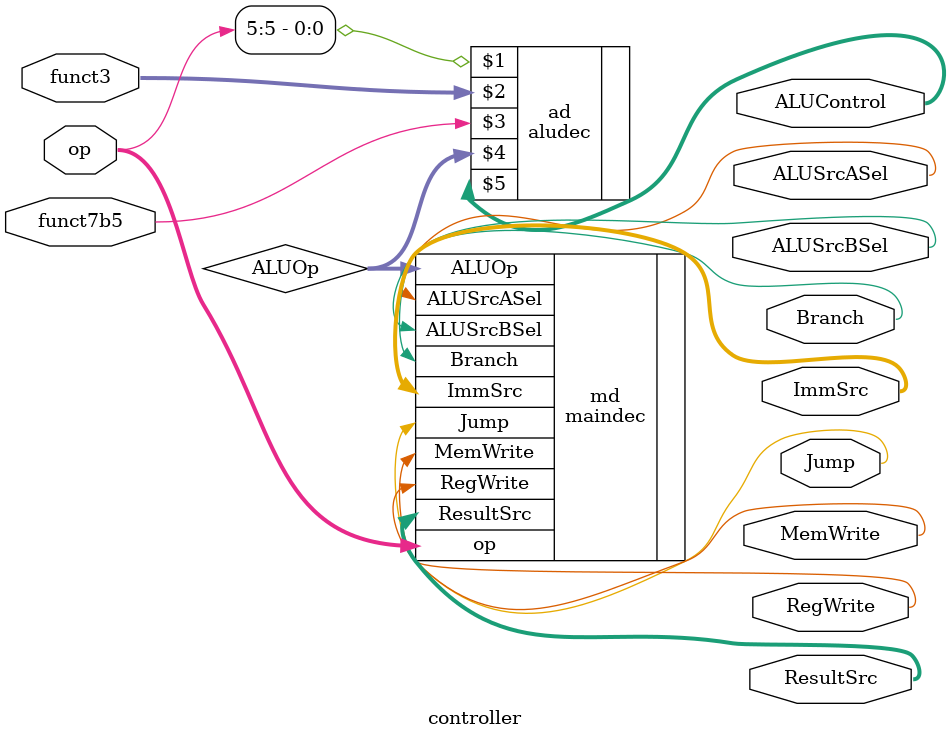
<source format=v>
module controller(
    input [6:0] op,
    input [2:0] funct3,
    input funct7b5,
    output [1:0] ResultSrc,
    output MemWrite,
    output Branch, ALUSrcBSel,
    output RegWrite, Jump,
    output [2:0] ImmSrc,
    output [3:0] ALUControl,
    output ALUSrcASel
);

    wire [1:0] ALUOp;

    maindec md(.op(op), .ResultSrc(ResultSrc), .MemWrite(MemWrite), .Branch(Branch), .ALUSrcBSel(ALUSrcBSel), .RegWrite(RegWrite), .Jump(Jump), .ImmSrc(ImmSrc), .ALUOp(ALUOp), .ALUSrcASel(ALUSrcASel));
    aludec ad(op[5], funct3, funct7b5, ALUOp, ALUControl);

endmodule
</source>
